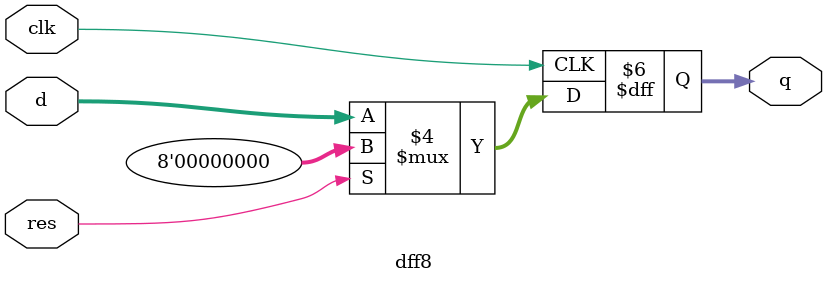
<source format=v>
module dff8(d,q,clk,res);
input [7:0]d;
input clk,res;
output [7:0]q;
reg q;
always@(posedge clk)
begin
	if(res==1)
		q<=1'b0;
	else
		q<=d;
end
endmodule
</source>
